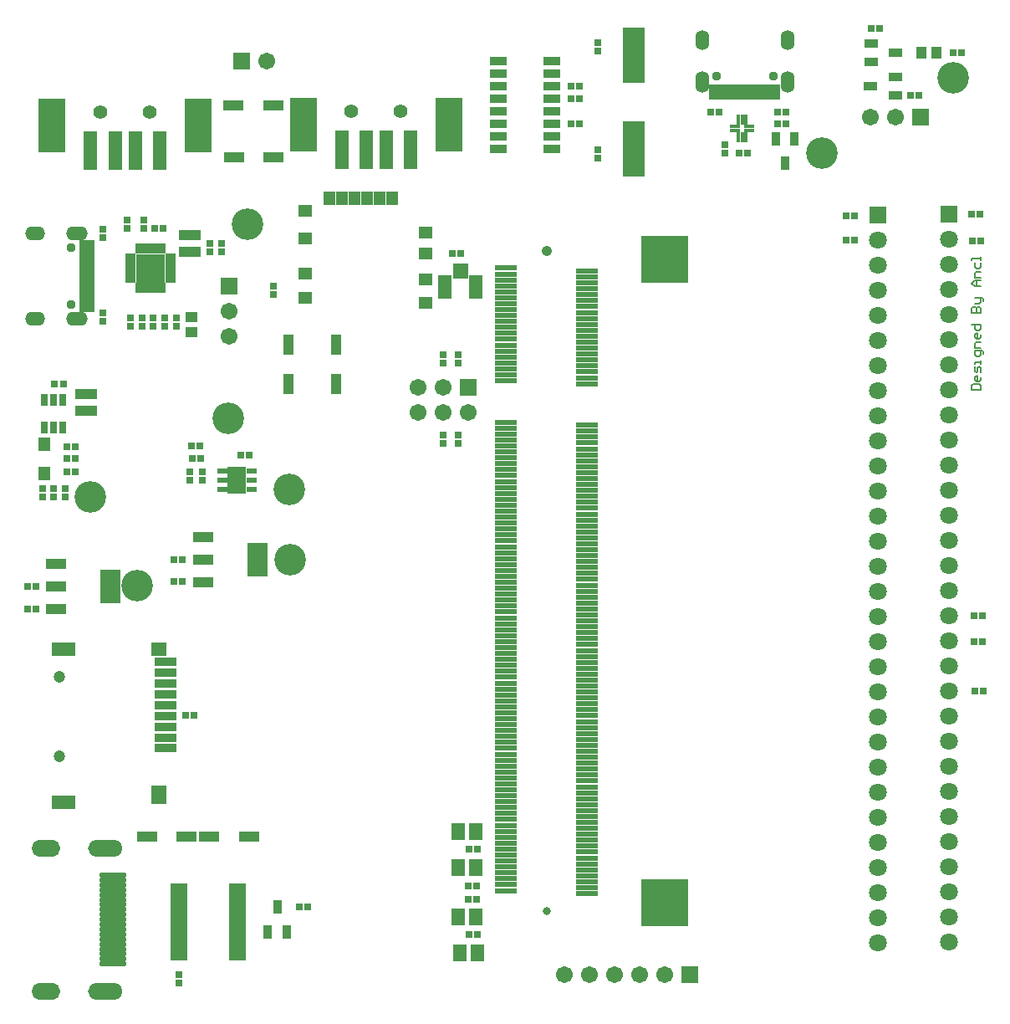
<source format=gts>
G04*
G04 #@! TF.GenerationSoftware,Altium Limited,Altium Designer,21.1.1 (26)*
G04*
G04 Layer_Color=8388736*
%FSLAX25Y25*%
%MOIN*%
G70*
G04*
G04 #@! TF.SameCoordinates,B5F5DE5B-2645-439E-AC59-352A346880EA*
G04*
G04*
G04 #@! TF.FilePolarity,Negative*
G04*
G01*
G75*
%ADD15C,0.00700*%
%ADD62R,0.03950X0.07886*%
%ADD63R,0.05367X0.06587*%
%ADD64R,0.02959X0.02762*%
%ADD65R,0.07886X0.03950*%
%ADD66R,0.02762X0.02959*%
%ADD67R,0.06902X0.03359*%
%ADD68R,0.05918X0.01981*%
%ADD69R,0.05918X0.01981*%
%ADD70C,0.12611*%
%ADD71R,0.08674X0.03556*%
%ADD72R,0.08674X0.03555*%
%ADD73R,0.06300X0.05800*%
%ADD74R,0.06300X0.07800*%
%ADD75R,0.09800X0.05800*%
%ADD76R,0.06607X0.02572*%
%ADD77R,0.03556X0.05721*%
%ADD78R,0.08674X0.02178*%
%ADD79O,0.11019X0.01902*%
%ADD80R,0.01981X0.05918*%
%ADD81R,0.05524X0.15761*%
%ADD82R,0.08083X0.04343*%
%ADD83R,0.08083X0.13595*%
%ADD84R,0.03950X0.02375*%
%ADD85R,0.07690X0.10642*%
%ADD86R,0.08674X0.04146*%
%ADD87R,0.04737X0.05721*%
%ADD88R,0.02965X0.04737*%
%ADD89R,0.01981X0.05918*%
%ADD90R,0.04658X0.04461*%
%ADD91R,0.03950X0.01981*%
%ADD92R,0.01981X0.03950*%
%ADD93R,0.11824X0.11824*%
%ADD94R,0.05800X0.04737*%
%ADD95R,0.04737X0.05800*%
%ADD96R,0.05524X0.09462*%
%ADD97R,0.05918X0.05918*%
%ADD98R,0.10643X0.21666*%
%ADD99R,0.08674X0.22453*%
%ADD100R,0.03950X0.01587*%
%ADD101R,0.01587X0.03950*%
%ADD102R,0.04461X0.04658*%
%ADD103R,0.05721X0.03556*%
%ADD104O,0.11019X0.01902*%
%ADD105R,0.18910X0.18517*%
%ADD106R,0.06706X0.06706*%
%ADD107C,0.06706*%
%ADD108C,0.03300*%
%ADD109C,0.03753*%
%ADD110O,0.07887X0.05524*%
%ADD111O,0.08674X0.05524*%
%ADD112C,0.04737*%
%ADD113R,0.07099X0.07099*%
%ADD114C,0.07099*%
%ADD115O,0.05524X0.07887*%
%ADD116O,0.05524X0.08674*%
%ADD117R,0.06706X0.06706*%
%ADD118C,0.05524*%
%ADD119O,0.13789X0.06706*%
%ADD120O,0.11427X0.06706*%
%ADD121C,0.04147*%
%ADD122C,0.03162*%
D15*
X383601Y243900D02*
X387100D01*
Y245649D01*
X386517Y246233D01*
X384184D01*
X383601Y245649D01*
Y243900D01*
X387100Y249148D02*
Y247982D01*
X386517Y247399D01*
X385351D01*
X384767Y247982D01*
Y249148D01*
X385351Y249731D01*
X385934D01*
Y247399D01*
X387100Y250898D02*
Y252647D01*
X386517Y253230D01*
X385934Y252647D01*
Y251481D01*
X385351Y250898D01*
X384767Y251481D01*
Y253230D01*
X387100Y254397D02*
Y255563D01*
Y254980D01*
X384767D01*
Y254397D01*
X388266Y258479D02*
Y259062D01*
X387683Y259645D01*
X384767D01*
Y257895D01*
X385351Y257312D01*
X386517D01*
X387100Y257895D01*
Y259645D01*
Y260811D02*
X384767D01*
Y262561D01*
X385351Y263144D01*
X387100D01*
Y266059D02*
Y264893D01*
X386517Y264310D01*
X385351D01*
X384767Y264893D01*
Y266059D01*
X385351Y266643D01*
X385934D01*
Y264310D01*
X383601Y270142D02*
X387100D01*
Y268392D01*
X386517Y267809D01*
X385351D01*
X384767Y268392D01*
Y270142D01*
X383601Y274807D02*
X387100D01*
Y276556D01*
X386517Y277139D01*
X385934D01*
X385351Y276556D01*
Y274807D01*
Y276556D01*
X384767Y277139D01*
X384184D01*
X383601Y276556D01*
Y274807D01*
X384767Y278306D02*
X386517D01*
X387100Y278889D01*
Y280638D01*
X387683D01*
X388266Y280055D01*
Y279472D01*
X387100Y280638D02*
X384767D01*
X387100Y285303D02*
X384767D01*
X383601Y286470D01*
X384767Y287636D01*
X387100D01*
X385351D01*
Y285303D01*
X387100Y288802D02*
X384767D01*
Y290552D01*
X385351Y291135D01*
X387100D01*
X384767Y294634D02*
Y292884D01*
X385351Y292301D01*
X386517D01*
X387100Y292884D01*
Y294634D01*
Y295800D02*
Y296966D01*
Y296383D01*
X383601D01*
Y295800D01*
D62*
X130300Y246426D02*
D03*
Y262174D02*
D03*
X111100Y246426D02*
D03*
Y262174D02*
D03*
D63*
X178992Y53600D02*
D03*
X186000D02*
D03*
X179396Y19700D02*
D03*
X186404D02*
D03*
X178992Y34000D02*
D03*
X186000D02*
D03*
X178692Y68000D02*
D03*
X185700D02*
D03*
D64*
X234600Y336500D02*
D03*
Y339846D02*
D03*
Y382246D02*
D03*
Y378900D02*
D03*
X67633Y10900D02*
D03*
Y7553D02*
D03*
X76700Y211500D02*
D03*
Y208154D02*
D03*
X72000D02*
D03*
Y211500D02*
D03*
X22100Y204700D02*
D03*
Y201354D02*
D03*
X17600Y204700D02*
D03*
Y201354D02*
D03*
X13100Y204673D02*
D03*
Y201327D02*
D03*
X66400Y269500D02*
D03*
Y272847D02*
D03*
X61800Y269483D02*
D03*
Y272830D02*
D03*
X57300Y272830D02*
D03*
Y269483D02*
D03*
X52800D02*
D03*
Y272830D02*
D03*
X48300D02*
D03*
Y269483D02*
D03*
X105100Y285246D02*
D03*
Y281900D02*
D03*
X84400Y299153D02*
D03*
Y302500D02*
D03*
X79900Y299153D02*
D03*
Y302500D02*
D03*
X53500Y308300D02*
D03*
Y311647D02*
D03*
X46800Y308254D02*
D03*
Y311600D02*
D03*
X37200Y274873D02*
D03*
Y271527D02*
D03*
X37200Y304554D02*
D03*
Y307900D02*
D03*
X285092Y338268D02*
D03*
Y341615D02*
D03*
X178700Y258073D02*
D03*
Y254727D02*
D03*
X172800Y258100D02*
D03*
Y254753D02*
D03*
X172700Y222654D02*
D03*
Y226000D02*
D03*
X178800D02*
D03*
Y222654D02*
D03*
D65*
X105074Y357300D02*
D03*
X89326D02*
D03*
X54826Y66100D02*
D03*
X70574D02*
D03*
X95374D02*
D03*
X79626D02*
D03*
X105274Y336800D02*
D03*
X89526D02*
D03*
D66*
X73418Y114224D02*
D03*
X70072D02*
D03*
X118973Y38200D02*
D03*
X115627D02*
D03*
X186100Y41100D02*
D03*
X182754D02*
D03*
X186500Y60900D02*
D03*
X183153D02*
D03*
X186473Y27000D02*
D03*
X183127D02*
D03*
X186100Y46400D02*
D03*
X182754D02*
D03*
X10500Y156684D02*
D03*
X7153D02*
D03*
X10500Y165600D02*
D03*
X7153D02*
D03*
X69000Y167600D02*
D03*
X65654D02*
D03*
X68900Y176300D02*
D03*
X65553D02*
D03*
X76000Y221700D02*
D03*
X72654D02*
D03*
X76047Y216800D02*
D03*
X72700D02*
D03*
X95600Y218200D02*
D03*
X92254D02*
D03*
X21347Y246400D02*
D03*
X18000D02*
D03*
X26247Y221300D02*
D03*
X22900D02*
D03*
Y216800D02*
D03*
X26247D02*
D03*
X22800Y211500D02*
D03*
X26147D02*
D03*
X57954Y308400D02*
D03*
X61300D02*
D03*
X176354Y298280D02*
D03*
X179700D02*
D03*
X223700Y364900D02*
D03*
X227046D02*
D03*
X223700Y359900D02*
D03*
X227046D02*
D03*
X223800Y349900D02*
D03*
X227147D02*
D03*
X309492Y350068D02*
D03*
X306146D02*
D03*
X279346Y354768D02*
D03*
X282692D02*
D03*
X309492Y354569D02*
D03*
X306146D02*
D03*
X294292Y338369D02*
D03*
X290946D02*
D03*
X376153Y378300D02*
D03*
X379500D02*
D03*
X343454Y388200D02*
D03*
X346800D02*
D03*
X362546Y361360D02*
D03*
X359200D02*
D03*
X336900Y313500D02*
D03*
X333554D02*
D03*
X336900Y303600D02*
D03*
X333554D02*
D03*
X384753Y124000D02*
D03*
X388100D02*
D03*
X384600Y143700D02*
D03*
X387947D02*
D03*
X383700Y303300D02*
D03*
X387047D02*
D03*
X387000Y314000D02*
D03*
X383653D02*
D03*
X387947Y153900D02*
D03*
X384600D02*
D03*
D67*
X194772Y339900D02*
D03*
Y344900D02*
D03*
Y374900D02*
D03*
Y369900D02*
D03*
Y364900D02*
D03*
Y359900D02*
D03*
Y354900D02*
D03*
Y349900D02*
D03*
X216228Y339900D02*
D03*
Y344900D02*
D03*
Y349900D02*
D03*
Y354900D02*
D03*
Y359900D02*
D03*
Y364900D02*
D03*
Y369900D02*
D03*
Y374900D02*
D03*
D68*
X30928Y302589D02*
D03*
X30928Y299439D02*
D03*
Y298258D02*
D03*
X30932Y296290D02*
D03*
Y284480D02*
D03*
X30928Y280542D02*
D03*
X30928Y277392D02*
D03*
X30928Y276211D02*
D03*
D69*
X30928Y301408D02*
D03*
Y294321D02*
D03*
Y292353D02*
D03*
Y290384D02*
D03*
Y288416D02*
D03*
Y286447D02*
D03*
Y282510D02*
D03*
X30928Y279360D02*
D03*
D70*
X111500Y204500D02*
D03*
X51000Y166000D02*
D03*
X112000Y176400D02*
D03*
X87300Y232600D02*
D03*
X94700Y309900D02*
D03*
X32200Y201354D02*
D03*
X323970Y338230D02*
D03*
X376300Y368300D02*
D03*
D71*
X62023Y101218D02*
D03*
X62016Y105547D02*
D03*
X62023Y109864D02*
D03*
Y118518D02*
D03*
Y122842D02*
D03*
Y127159D02*
D03*
Y131482D02*
D03*
Y135828D02*
D03*
D72*
Y114191D02*
D03*
D73*
X59510Y140740D02*
D03*
D74*
Y82740D02*
D03*
D75*
X21510Y79740D02*
D03*
Y140740D02*
D03*
D76*
X90767Y17925D02*
D03*
Y20484D02*
D03*
Y23043D02*
D03*
Y25602D02*
D03*
Y28161D02*
D03*
Y30720D02*
D03*
Y33279D02*
D03*
Y35839D02*
D03*
Y38398D02*
D03*
Y40957D02*
D03*
Y43516D02*
D03*
Y46075D02*
D03*
X67633D02*
D03*
Y43516D02*
D03*
Y40957D02*
D03*
Y38398D02*
D03*
Y35839D02*
D03*
Y33279D02*
D03*
Y30720D02*
D03*
Y28161D02*
D03*
Y25602D02*
D03*
Y23043D02*
D03*
Y20484D02*
D03*
Y17925D02*
D03*
D77*
X106700Y38021D02*
D03*
X110440Y28179D02*
D03*
X102960D02*
D03*
X312832Y344090D02*
D03*
X305352D02*
D03*
X309092Y334247D02*
D03*
D78*
X197916Y124854D02*
D03*
Y127216D02*
D03*
Y292571D02*
D03*
X230200Y291390D02*
D03*
X197916Y290209D02*
D03*
X230200Y289028D02*
D03*
X197916Y287846D02*
D03*
X230200Y286665D02*
D03*
X197916Y285484D02*
D03*
X230200Y284303D02*
D03*
X197916Y283122D02*
D03*
X230200Y281941D02*
D03*
X197916Y280760D02*
D03*
X230200Y279579D02*
D03*
X197916Y278398D02*
D03*
X230200Y277217D02*
D03*
X197916Y276035D02*
D03*
X230200Y274854D02*
D03*
X197916Y273673D02*
D03*
X230200Y272492D02*
D03*
X197916Y271311D02*
D03*
X230200Y270130D02*
D03*
X197916Y268949D02*
D03*
X230200Y267768D02*
D03*
X197916Y266587D02*
D03*
X230200Y265406D02*
D03*
X197916Y264224D02*
D03*
X230200Y263043D02*
D03*
X197916Y261862D02*
D03*
X230200Y260681D02*
D03*
X197916Y259500D02*
D03*
X230200Y258319D02*
D03*
X197916Y257138D02*
D03*
X230200Y255957D02*
D03*
X197916Y254776D02*
D03*
X230200Y253594D02*
D03*
X197916Y252413D02*
D03*
X230200Y251232D02*
D03*
X197916Y250051D02*
D03*
X230200Y248870D02*
D03*
X197916Y247689D02*
D03*
X230200Y246508D02*
D03*
X197916Y231153D02*
D03*
X230200Y229972D02*
D03*
X197916Y228791D02*
D03*
X230200Y227610D02*
D03*
X197916Y226429D02*
D03*
X230200Y225248D02*
D03*
X197916Y224067D02*
D03*
X230200Y222886D02*
D03*
X197916Y221705D02*
D03*
X230200Y220524D02*
D03*
X197916Y219342D02*
D03*
X230200Y218161D02*
D03*
X197916Y216980D02*
D03*
X230200Y215799D02*
D03*
X197916Y214618D02*
D03*
X230200Y213437D02*
D03*
X197916Y212256D02*
D03*
X230200Y211075D02*
D03*
X197916Y209894D02*
D03*
X230200Y208713D02*
D03*
X197916Y207531D02*
D03*
X230200Y206350D02*
D03*
X197916Y205169D02*
D03*
X230200Y203988D02*
D03*
X197916Y202807D02*
D03*
X230200Y201626D02*
D03*
X197916Y200445D02*
D03*
X230200Y199264D02*
D03*
X197916Y198083D02*
D03*
X230200Y196902D02*
D03*
X197916Y195721D02*
D03*
X230200Y194539D02*
D03*
X197916Y193358D02*
D03*
X230200Y192177D02*
D03*
X197916Y190996D02*
D03*
X230200Y189815D02*
D03*
X197916Y188634D02*
D03*
X230200Y187453D02*
D03*
X197916Y186272D02*
D03*
X230200Y185091D02*
D03*
X197916Y183909D02*
D03*
X230200Y182728D02*
D03*
X197916Y181547D02*
D03*
X230200Y180366D02*
D03*
X197916Y179185D02*
D03*
X230200Y178004D02*
D03*
X197916Y176823D02*
D03*
X230200Y175642D02*
D03*
X197916Y174461D02*
D03*
X230200Y173280D02*
D03*
X197916Y172098D02*
D03*
X230200Y170917D02*
D03*
X197916Y169736D02*
D03*
X230200Y168555D02*
D03*
X197916Y167374D02*
D03*
X230200Y166193D02*
D03*
X197916Y165012D02*
D03*
X230200Y163831D02*
D03*
X197916Y162650D02*
D03*
X230200Y161469D02*
D03*
X197916Y160287D02*
D03*
X230200Y159106D02*
D03*
X197916Y157925D02*
D03*
X230200Y156744D02*
D03*
X197916Y155563D02*
D03*
X230200Y154382D02*
D03*
X197916Y153201D02*
D03*
X230200Y152020D02*
D03*
X197916Y150839D02*
D03*
X230200Y149657D02*
D03*
X197916Y148476D02*
D03*
X230200Y147295D02*
D03*
X197916Y146114D02*
D03*
X230200Y144933D02*
D03*
X197916Y143752D02*
D03*
X230200Y142571D02*
D03*
X197916Y141390D02*
D03*
X230200Y140209D02*
D03*
X197916Y139028D02*
D03*
X230200Y137847D02*
D03*
X197916Y136665D02*
D03*
X230200Y135484D02*
D03*
X197916Y134303D02*
D03*
X230200Y133122D02*
D03*
X197916Y131941D02*
D03*
X230200Y130760D02*
D03*
X197916Y129579D02*
D03*
X230200Y128398D02*
D03*
Y126035D02*
D03*
Y123673D02*
D03*
X197916Y122492D02*
D03*
X230200Y121311D02*
D03*
X197916Y120130D02*
D03*
X230200Y118949D02*
D03*
X197916Y117768D02*
D03*
X230200Y116587D02*
D03*
X197916Y115405D02*
D03*
X230200Y114224D02*
D03*
X197916Y113043D02*
D03*
X230200Y111862D02*
D03*
X197916Y110681D02*
D03*
X230200Y109500D02*
D03*
X197916Y108319D02*
D03*
X230200Y107138D02*
D03*
X197916Y105957D02*
D03*
X230200Y104776D02*
D03*
X197916Y103595D02*
D03*
X230200Y102413D02*
D03*
X197916Y101232D02*
D03*
X230200Y100051D02*
D03*
X197916Y98870D02*
D03*
X230200Y97689D02*
D03*
X197916Y96508D02*
D03*
X230200Y95327D02*
D03*
X197916Y94146D02*
D03*
X230200Y92965D02*
D03*
X197916Y91783D02*
D03*
X230200Y90602D02*
D03*
X197916Y89421D02*
D03*
X230200Y88240D02*
D03*
X197916Y87059D02*
D03*
X230200Y85878D02*
D03*
X197916Y84697D02*
D03*
X230200Y83516D02*
D03*
X197916Y82335D02*
D03*
X230200Y81154D02*
D03*
X197916Y79972D02*
D03*
X230200Y78791D02*
D03*
X197916Y77610D02*
D03*
X230200Y76429D02*
D03*
X197916Y75248D02*
D03*
X230200Y74067D02*
D03*
X197916Y72886D02*
D03*
X230200Y71705D02*
D03*
X197916Y70524D02*
D03*
X230200Y69342D02*
D03*
X197916Y68161D02*
D03*
X230200Y66980D02*
D03*
X197916Y65799D02*
D03*
X230200Y64618D02*
D03*
X197916Y63437D02*
D03*
X230200Y62256D02*
D03*
X197916Y61075D02*
D03*
X230200Y59894D02*
D03*
X197916Y58713D02*
D03*
X230200Y57531D02*
D03*
X197916Y56350D02*
D03*
X230200Y55169D02*
D03*
X197916Y53988D02*
D03*
X230200Y52807D02*
D03*
X197916Y51626D02*
D03*
X230200Y50445D02*
D03*
X197916Y49264D02*
D03*
X230200Y48083D02*
D03*
X197916Y46902D02*
D03*
X230200Y45720D02*
D03*
X197916Y44539D02*
D03*
X230200Y43358D02*
D03*
D79*
X41205Y15279D02*
D03*
Y19219D02*
D03*
Y50719D02*
D03*
Y46779D02*
D03*
Y44809D02*
D03*
Y40869D02*
D03*
Y36939D02*
D03*
Y34969D02*
D03*
Y21189D02*
D03*
Y25129D02*
D03*
Y29059D02*
D03*
Y31029D02*
D03*
D80*
X290139Y362641D02*
D03*
X292108D02*
D03*
X305100D02*
D03*
X298013D02*
D03*
X296045D02*
D03*
X294076D02*
D03*
X286202D02*
D03*
X283052Y362640D02*
D03*
D81*
X42134Y339245D02*
D03*
X50014D02*
D03*
X159954Y339645D02*
D03*
X150114D02*
D03*
X142234D02*
D03*
X132394Y339645D02*
D03*
X59854Y339245D02*
D03*
X32294Y339245D02*
D03*
D82*
X18355Y174716D02*
D03*
Y165700D02*
D03*
Y156684D02*
D03*
X77055Y185516D02*
D03*
Y176500D02*
D03*
Y167484D02*
D03*
D83*
X40245Y165700D02*
D03*
X98945Y176500D02*
D03*
D84*
X84694Y211840D02*
D03*
Y208100D02*
D03*
Y204360D02*
D03*
X96505D02*
D03*
Y208100D02*
D03*
Y211840D02*
D03*
D85*
X90600Y208100D02*
D03*
D86*
X30500Y235733D02*
D03*
Y242267D02*
D03*
X72000Y299132D02*
D03*
Y305667D02*
D03*
D87*
X13800Y210793D02*
D03*
Y222407D02*
D03*
D88*
X21340Y239912D02*
D03*
X17600Y239912D02*
D03*
X13860Y239912D02*
D03*
X13860Y228888D02*
D03*
X17600Y228888D02*
D03*
X21340Y228888D02*
D03*
D89*
X306281Y362641D02*
D03*
X303131Y362641D02*
D03*
X301950D02*
D03*
X299982Y362637D02*
D03*
X288172D02*
D03*
X284234Y362640D02*
D03*
X281084Y362641D02*
D03*
X279903Y362641D02*
D03*
D90*
X72600Y272963D02*
D03*
Y266900D02*
D03*
D91*
X48310Y297395D02*
D03*
Y295427D02*
D03*
Y293458D02*
D03*
Y291490D02*
D03*
Y289521D02*
D03*
Y287553D02*
D03*
X64058D02*
D03*
Y289521D02*
D03*
Y291490D02*
D03*
Y293458D02*
D03*
Y295427D02*
D03*
Y297395D02*
D03*
D92*
X51263Y284600D02*
D03*
X53232D02*
D03*
X55200D02*
D03*
X57169D02*
D03*
X59137D02*
D03*
X61106D02*
D03*
Y300348D02*
D03*
X59137D02*
D03*
X57169D02*
D03*
X55200D02*
D03*
X53232D02*
D03*
X51263D02*
D03*
D93*
X56184Y292474D02*
D03*
D94*
X166000Y306800D02*
D03*
Y298300D02*
D03*
Y287906D02*
D03*
Y278705D02*
D03*
X117968Y315323D02*
D03*
X117968Y304300D02*
D03*
Y290520D02*
D03*
Y280678D02*
D03*
D95*
X152598Y320520D02*
D03*
X147598D02*
D03*
X142598D02*
D03*
X137598D02*
D03*
X132598D02*
D03*
X127598D02*
D03*
D96*
X185802Y285163D02*
D03*
X173598D02*
D03*
D97*
X179705Y291265D02*
D03*
D98*
X117024Y349882D02*
D03*
X175291D02*
D03*
X16924Y349482D02*
D03*
X75191D02*
D03*
D99*
X248700Y377401D02*
D03*
Y339999D02*
D03*
D100*
X294848Y347481D02*
D03*
Y349056D02*
D03*
X289336D02*
D03*
Y347481D02*
D03*
D101*
X293667Y351812D02*
D03*
X292092D02*
D03*
X290517D02*
D03*
Y344725D02*
D03*
X292092D02*
D03*
X293667D02*
D03*
D102*
X369663Y378300D02*
D03*
X363600D02*
D03*
D103*
X343479Y382040D02*
D03*
Y374560D02*
D03*
X353321Y378300D02*
D03*
X353121Y361360D02*
D03*
Y368840D02*
D03*
X343279Y365100D02*
D03*
D104*
X41205Y48749D02*
D03*
Y42839D02*
D03*
Y38899D02*
D03*
Y17249D02*
D03*
Y23159D02*
D03*
Y27089D02*
D03*
Y32999D02*
D03*
D105*
X261302Y296114D02*
D03*
Y39815D02*
D03*
D106*
X92600Y375000D02*
D03*
X271100Y11100D02*
D03*
X363200Y352600D02*
D03*
X182800Y245100D02*
D03*
D107*
X102600Y375000D02*
D03*
X221100Y11100D02*
D03*
X231100D02*
D03*
X241100D02*
D03*
X251100D02*
D03*
X261100D02*
D03*
X87500Y275300D02*
D03*
Y265300D02*
D03*
X343200Y352600D02*
D03*
X353200D02*
D03*
X162800Y235100D02*
D03*
X172800D02*
D03*
X182800D02*
D03*
X162800Y245100D02*
D03*
X172800D02*
D03*
D108*
X60200Y288600D02*
D03*
X56400D02*
D03*
X60200Y292500D02*
D03*
X56400D02*
D03*
X52300Y288600D02*
D03*
Y292600D02*
D03*
X60200Y296300D02*
D03*
X56400D02*
D03*
X52300D02*
D03*
D109*
X24638Y300778D02*
D03*
Y278022D02*
D03*
X304470Y368930D02*
D03*
X281714D02*
D03*
D110*
X10268Y306408D02*
D03*
X10269Y272392D02*
D03*
D111*
X26725Y272392D02*
D03*
X26725Y306407D02*
D03*
D112*
X19890Y129590D02*
D03*
X19900Y98100D02*
D03*
D113*
X374600Y313900D02*
D03*
X346300Y313600D02*
D03*
D114*
X374600Y303900D02*
D03*
Y293900D02*
D03*
Y283900D02*
D03*
Y273900D02*
D03*
Y263900D02*
D03*
Y253900D02*
D03*
Y243900D02*
D03*
Y233900D02*
D03*
Y223900D02*
D03*
Y213900D02*
D03*
Y203900D02*
D03*
Y193900D02*
D03*
Y183900D02*
D03*
Y173900D02*
D03*
Y163900D02*
D03*
Y153900D02*
D03*
Y143900D02*
D03*
Y133900D02*
D03*
Y123900D02*
D03*
Y113900D02*
D03*
Y103900D02*
D03*
Y93900D02*
D03*
Y83900D02*
D03*
Y73900D02*
D03*
Y63900D02*
D03*
Y53900D02*
D03*
Y43900D02*
D03*
Y33900D02*
D03*
Y23900D02*
D03*
X346300Y303600D02*
D03*
Y293600D02*
D03*
Y283600D02*
D03*
Y273600D02*
D03*
Y263600D02*
D03*
Y253600D02*
D03*
Y243600D02*
D03*
Y233600D02*
D03*
Y223600D02*
D03*
Y213600D02*
D03*
Y203600D02*
D03*
Y193600D02*
D03*
Y183600D02*
D03*
Y173600D02*
D03*
Y163600D02*
D03*
Y153600D02*
D03*
Y143600D02*
D03*
Y133600D02*
D03*
Y123600D02*
D03*
Y113600D02*
D03*
Y103600D02*
D03*
Y93600D02*
D03*
Y83600D02*
D03*
Y73600D02*
D03*
Y63600D02*
D03*
Y53600D02*
D03*
Y43600D02*
D03*
Y33600D02*
D03*
Y23600D02*
D03*
D115*
X310100Y383300D02*
D03*
X276084Y383300D02*
D03*
D116*
X276084Y366844D02*
D03*
X310100Y366843D02*
D03*
D117*
X87500Y285300D02*
D03*
D118*
X136315Y355000D02*
D03*
X156000D02*
D03*
X36215Y354600D02*
D03*
X55900D02*
D03*
D119*
X38211Y61545D02*
D03*
Y4453D02*
D03*
D120*
X14587Y61545D02*
D03*
Y4453D02*
D03*
D121*
X214058Y299461D02*
D03*
D122*
Y36468D02*
D03*
M02*

</source>
